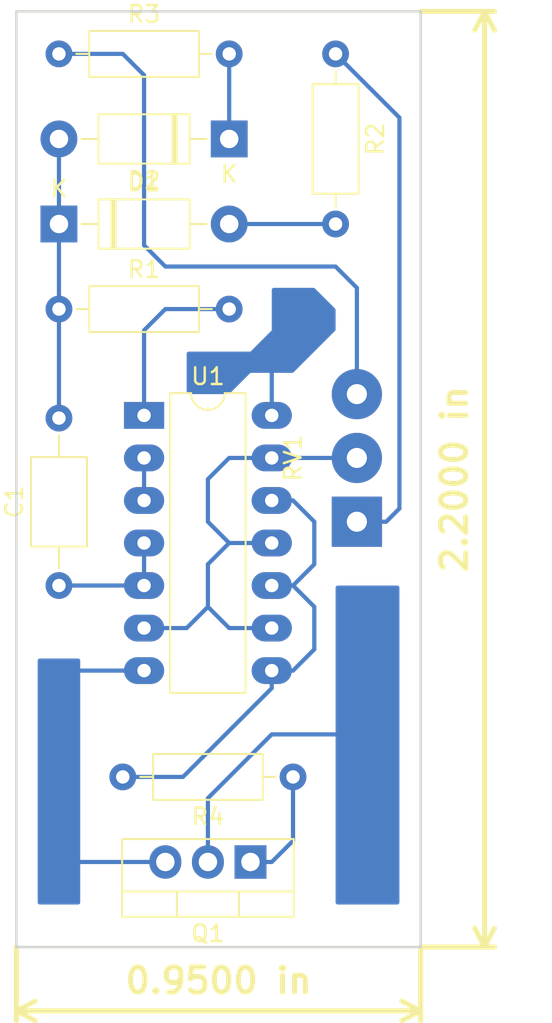
<source format=kicad_pcb>
(kicad_pcb (version 20171130) (host pcbnew "(5.0.2)-1")

  (general
    (thickness 1.6)
    (drawings 6)
    (tracks 57)
    (zones 0)
    (modules 10)
    (nets 15)
  )

  (page A4)
  (layers
    (0 F.Cu signal)
    (31 B.Cu signal)
    (32 B.Adhes user)
    (33 F.Adhes user)
    (34 B.Paste user)
    (35 F.Paste user)
    (36 B.SilkS user)
    (37 F.SilkS user)
    (38 B.Mask user)
    (39 F.Mask user)
    (40 Dwgs.User user)
    (41 Cmts.User user)
    (42 Eco1.User user)
    (43 Eco2.User user)
    (44 Edge.Cuts user)
    (45 Margin user)
    (46 B.CrtYd user)
    (47 F.CrtYd user)
    (48 B.Fab user)
    (49 F.Fab user)
  )

  (setup
    (last_trace_width 0.25)
    (trace_clearance 0.2)
    (zone_clearance 0.508)
    (zone_45_only no)
    (trace_min 0.2)
    (segment_width 0.2)
    (edge_width 0.15)
    (via_size 0.8)
    (via_drill 0.4)
    (via_min_size 0.4)
    (via_min_drill 0.3)
    (uvia_size 0.3)
    (uvia_drill 0.1)
    (uvias_allowed no)
    (uvia_min_size 0.2)
    (uvia_min_drill 0.1)
    (pcb_text_width 0.3)
    (pcb_text_size 1.5 1.5)
    (mod_edge_width 0.15)
    (mod_text_size 1 1)
    (mod_text_width 0.15)
    (pad_size 1.524 1.524)
    (pad_drill 0.762)
    (pad_to_mask_clearance 0.051)
    (solder_mask_min_width 0.25)
    (aux_axis_origin 0 0)
    (visible_elements 7FFFFFFF)
    (pcbplotparams
      (layerselection 0x00000_fffffffe)
      (usegerberextensions false)
      (usegerberattributes false)
      (usegerberadvancedattributes false)
      (creategerberjobfile false)
      (excludeedgelayer false)
      (linewidth 0.100000)
      (plotframeref false)
      (viasonmask false)
      (mode 1)
      (useauxorigin false)
      (hpglpennumber 1)
      (hpglpenspeed 20)
      (hpglpendiameter 15.000000)
      (psnegative false)
      (psa4output false)
      (plotreference true)
      (plotvalue true)
      (plotinvisibletext false)
      (padsonsilk true)
      (subtractmaskfromsilk false)
      (outputformat 4)
      (mirror true)
      (drillshape 1)
      (scaleselection 1)
      (outputdirectory ""))
  )

  (net 0 "")
  (net 1 "Net-(C1-Pad1)")
  (net 2 "Net-(C1-Pad2)")
  (net 3 "Net-(D1-Pad2)")
  (net 4 "Net-(D2-Pad1)")
  (net 5 "Net-(Q1-Pad1)")
  (net 6 -OUT)
  (net 7 Earth)
  (net 8 "Net-(R1-Pad2)")
  (net 9 "Net-(R2-Pad1)")
  (net 10 "Net-(R3-Pad1)")
  (net 11 "Net-(R4-Pad2)")
  (net 12 "Net-(RV1-Pad2)")
  (net 13 "Net-(U1-Pad2)")
  (net 14 +OUT)

  (net_class Default "Это класс цепей по умолчанию."
    (clearance 0.2)
    (trace_width 0.25)
    (via_dia 0.8)
    (via_drill 0.4)
    (uvia_dia 0.3)
    (uvia_drill 0.1)
    (add_net +OUT)
    (add_net -OUT)
    (add_net Earth)
    (add_net "Net-(C1-Pad1)")
    (add_net "Net-(C1-Pad2)")
    (add_net "Net-(D1-Pad2)")
    (add_net "Net-(D2-Pad1)")
    (add_net "Net-(Q1-Pad1)")
    (add_net "Net-(R1-Pad2)")
    (add_net "Net-(R2-Pad1)")
    (add_net "Net-(R3-Pad1)")
    (add_net "Net-(R4-Pad2)")
    (add_net "Net-(RV1-Pad2)")
    (add_net "Net-(U1-Pad2)")
  )

  (module Diode_THT:D_DO-41_SOD81_P10.16mm_Horizontal (layer F.Cu) (tedit 5AE50CD5) (tstamp 5C1F7463)
    (at 111.76 74.93)
    (descr "Diode, DO-41_SOD81 series, Axial, Horizontal, pin pitch=10.16mm, , length*diameter=5.2*2.7mm^2, , http://www.diodes.com/_files/packages/DO-41%20(Plastic).pdf")
    (tags "Diode DO-41_SOD81 series Axial Horizontal pin pitch 10.16mm  length 5.2mm diameter 2.7mm")
    (path /5C12B083)
    (fp_text reference D1 (at 5.08 -2.47) (layer F.SilkS)
      (effects (font (size 1 1) (thickness 0.15)))
    )
    (fp_text value 1N4004 (at 5.08 2.47) (layer F.Fab)
      (effects (font (size 1 1) (thickness 0.15)))
    )
    (fp_line (start 2.48 -1.35) (end 2.48 1.35) (layer F.Fab) (width 0.1))
    (fp_line (start 2.48 1.35) (end 7.68 1.35) (layer F.Fab) (width 0.1))
    (fp_line (start 7.68 1.35) (end 7.68 -1.35) (layer F.Fab) (width 0.1))
    (fp_line (start 7.68 -1.35) (end 2.48 -1.35) (layer F.Fab) (width 0.1))
    (fp_line (start 0 0) (end 2.48 0) (layer F.Fab) (width 0.1))
    (fp_line (start 10.16 0) (end 7.68 0) (layer F.Fab) (width 0.1))
    (fp_line (start 3.26 -1.35) (end 3.26 1.35) (layer F.Fab) (width 0.1))
    (fp_line (start 3.36 -1.35) (end 3.36 1.35) (layer F.Fab) (width 0.1))
    (fp_line (start 3.16 -1.35) (end 3.16 1.35) (layer F.Fab) (width 0.1))
    (fp_line (start 2.36 -1.47) (end 2.36 1.47) (layer F.SilkS) (width 0.12))
    (fp_line (start 2.36 1.47) (end 7.8 1.47) (layer F.SilkS) (width 0.12))
    (fp_line (start 7.8 1.47) (end 7.8 -1.47) (layer F.SilkS) (width 0.12))
    (fp_line (start 7.8 -1.47) (end 2.36 -1.47) (layer F.SilkS) (width 0.12))
    (fp_line (start 1.34 0) (end 2.36 0) (layer F.SilkS) (width 0.12))
    (fp_line (start 8.82 0) (end 7.8 0) (layer F.SilkS) (width 0.12))
    (fp_line (start 3.26 -1.47) (end 3.26 1.47) (layer F.SilkS) (width 0.12))
    (fp_line (start 3.38 -1.47) (end 3.38 1.47) (layer F.SilkS) (width 0.12))
    (fp_line (start 3.14 -1.47) (end 3.14 1.47) (layer F.SilkS) (width 0.12))
    (fp_line (start -1.35 -1.6) (end -1.35 1.6) (layer F.CrtYd) (width 0.05))
    (fp_line (start -1.35 1.6) (end 11.51 1.6) (layer F.CrtYd) (width 0.05))
    (fp_line (start 11.51 1.6) (end 11.51 -1.6) (layer F.CrtYd) (width 0.05))
    (fp_line (start 11.51 -1.6) (end -1.35 -1.6) (layer F.CrtYd) (width 0.05))
    (fp_text user %R (at 5.47 0) (layer F.Fab)
      (effects (font (size 1 1) (thickness 0.15)))
    )
    (fp_text user K (at 0 -2.1) (layer F.Fab)
      (effects (font (size 1 1) (thickness 0.15)))
    )
    (fp_text user K (at 0 -2.1) (layer F.SilkS)
      (effects (font (size 1 1) (thickness 0.15)))
    )
    (pad 1 thru_hole rect (at 0 0) (size 2.2 2.2) (drill 1.1) (layers *.Cu *.Mask)
      (net 2 "Net-(C1-Pad2)"))
    (pad 2 thru_hole oval (at 10.16 0) (size 2.2 2.2) (drill 1.1) (layers *.Cu *.Mask)
      (net 3 "Net-(D1-Pad2)"))
    (model ${KISYS3DMOD}/Diode_THT.3dshapes/D_DO-41_SOD81_P10.16mm_Horizontal.wrl
      (at (xyz 0 0 0))
      (scale (xyz 1 1 1))
      (rotate (xyz 0 0 0))
    )
  )

  (module Resistor_THT:R_Axial_DIN0207_L6.3mm_D2.5mm_P10.16mm_Horizontal (layer F.Cu) (tedit 5AE5139B) (tstamp 5C1F82A2)
    (at 128.27 64.77 270)
    (descr "Resistor, Axial_DIN0207 series, Axial, Horizontal, pin pitch=10.16mm, 0.25W = 1/4W, length*diameter=6.3*2.5mm^2, http://cdn-reichelt.de/documents/datenblatt/B400/1_4W%23YAG.pdf")
    (tags "Resistor Axial_DIN0207 series Axial Horizontal pin pitch 10.16mm 0.25W = 1/4W length 6.3mm diameter 2.5mm")
    (path /5C12B355)
    (fp_text reference R2 (at 5.08 -2.37 270) (layer F.SilkS)
      (effects (font (size 1 1) (thickness 0.15)))
    )
    (fp_text value 1k (at 5.08 2.37 270) (layer F.Fab)
      (effects (font (size 1 1) (thickness 0.15)))
    )
    (fp_line (start 1.93 -1.25) (end 1.93 1.25) (layer F.Fab) (width 0.1))
    (fp_line (start 1.93 1.25) (end 8.23 1.25) (layer F.Fab) (width 0.1))
    (fp_line (start 8.23 1.25) (end 8.23 -1.25) (layer F.Fab) (width 0.1))
    (fp_line (start 8.23 -1.25) (end 1.93 -1.25) (layer F.Fab) (width 0.1))
    (fp_line (start 0 0) (end 1.93 0) (layer F.Fab) (width 0.1))
    (fp_line (start 10.16 0) (end 8.23 0) (layer F.Fab) (width 0.1))
    (fp_line (start 1.81 -1.37) (end 1.81 1.37) (layer F.SilkS) (width 0.12))
    (fp_line (start 1.81 1.37) (end 8.35 1.37) (layer F.SilkS) (width 0.12))
    (fp_line (start 8.35 1.37) (end 8.35 -1.37) (layer F.SilkS) (width 0.12))
    (fp_line (start 8.35 -1.37) (end 1.81 -1.37) (layer F.SilkS) (width 0.12))
    (fp_line (start 1.04 0) (end 1.81 0) (layer F.SilkS) (width 0.12))
    (fp_line (start 9.12 0) (end 8.35 0) (layer F.SilkS) (width 0.12))
    (fp_line (start -1.05 -1.5) (end -1.05 1.5) (layer F.CrtYd) (width 0.05))
    (fp_line (start -1.05 1.5) (end 11.21 1.5) (layer F.CrtYd) (width 0.05))
    (fp_line (start 11.21 1.5) (end 11.21 -1.5) (layer F.CrtYd) (width 0.05))
    (fp_line (start 11.21 -1.5) (end -1.05 -1.5) (layer F.CrtYd) (width 0.05))
    (fp_text user %R (at 5.08 0 270) (layer F.Fab)
      (effects (font (size 1 1) (thickness 0.15)))
    )
    (pad 1 thru_hole circle (at 0 0 270) (size 1.6 1.6) (drill 0.8) (layers *.Cu *.Mask)
      (net 9 "Net-(R2-Pad1)"))
    (pad 2 thru_hole oval (at 10.16 0 270) (size 1.6 1.6) (drill 0.8) (layers *.Cu *.Mask)
      (net 3 "Net-(D1-Pad2)"))
    (model ${KISYS3DMOD}/Resistor_THT.3dshapes/R_Axial_DIN0207_L6.3mm_D2.5mm_P10.16mm_Horizontal.wrl
      (at (xyz 0 0 0))
      (scale (xyz 1 1 1))
      (rotate (xyz 0 0 0))
    )
  )

  (module Resistor_THT:R_Axial_DIN0207_L6.3mm_D2.5mm_P10.16mm_Horizontal (layer F.Cu) (tedit 5AE5139B) (tstamp 5C1F665E)
    (at 125.73 107.95 180)
    (descr "Resistor, Axial_DIN0207 series, Axial, Horizontal, pin pitch=10.16mm, 0.25W = 1/4W, length*diameter=6.3*2.5mm^2, http://cdn-reichelt.de/documents/datenblatt/B400/1_4W%23YAG.pdf")
    (tags "Resistor Axial_DIN0207 series Axial Horizontal pin pitch 10.16mm 0.25W = 1/4W length 6.3mm diameter 2.5mm")
    (path /5C12B218)
    (fp_text reference R4 (at 5.08 -2.37 180) (layer F.SilkS)
      (effects (font (size 1 1) (thickness 0.15)))
    )
    (fp_text value 50 (at 5.08 2.37 180) (layer F.Fab)
      (effects (font (size 1 1) (thickness 0.15)))
    )
    (fp_text user %R (at 5.08 0 180) (layer F.Fab)
      (effects (font (size 1 1) (thickness 0.15)))
    )
    (fp_line (start 11.21 -1.5) (end -1.05 -1.5) (layer F.CrtYd) (width 0.05))
    (fp_line (start 11.21 1.5) (end 11.21 -1.5) (layer F.CrtYd) (width 0.05))
    (fp_line (start -1.05 1.5) (end 11.21 1.5) (layer F.CrtYd) (width 0.05))
    (fp_line (start -1.05 -1.5) (end -1.05 1.5) (layer F.CrtYd) (width 0.05))
    (fp_line (start 9.12 0) (end 8.35 0) (layer F.SilkS) (width 0.12))
    (fp_line (start 1.04 0) (end 1.81 0) (layer F.SilkS) (width 0.12))
    (fp_line (start 8.35 -1.37) (end 1.81 -1.37) (layer F.SilkS) (width 0.12))
    (fp_line (start 8.35 1.37) (end 8.35 -1.37) (layer F.SilkS) (width 0.12))
    (fp_line (start 1.81 1.37) (end 8.35 1.37) (layer F.SilkS) (width 0.12))
    (fp_line (start 1.81 -1.37) (end 1.81 1.37) (layer F.SilkS) (width 0.12))
    (fp_line (start 10.16 0) (end 8.23 0) (layer F.Fab) (width 0.1))
    (fp_line (start 0 0) (end 1.93 0) (layer F.Fab) (width 0.1))
    (fp_line (start 8.23 -1.25) (end 1.93 -1.25) (layer F.Fab) (width 0.1))
    (fp_line (start 8.23 1.25) (end 8.23 -1.25) (layer F.Fab) (width 0.1))
    (fp_line (start 1.93 1.25) (end 8.23 1.25) (layer F.Fab) (width 0.1))
    (fp_line (start 1.93 -1.25) (end 1.93 1.25) (layer F.Fab) (width 0.1))
    (pad 2 thru_hole oval (at 10.16 0 180) (size 1.6 1.6) (drill 0.8) (layers *.Cu *.Mask)
      (net 11 "Net-(R4-Pad2)"))
    (pad 1 thru_hole circle (at 0 0 180) (size 1.6 1.6) (drill 0.8) (layers *.Cu *.Mask)
      (net 5 "Net-(Q1-Pad1)"))
    (model ${KISYS3DMOD}/Resistor_THT.3dshapes/R_Axial_DIN0207_L6.3mm_D2.5mm_P10.16mm_Horizontal.wrl
      (at (xyz 0 0 0))
      (scale (xyz 1 1 1))
      (rotate (xyz 0 0 0))
    )
  )

  (module Resistor_THT:R_Axial_DIN0207_L6.3mm_D2.5mm_P10.16mm_Horizontal (layer F.Cu) (tedit 5AE5139B) (tstamp 5C1F6647)
    (at 111.76 64.77)
    (descr "Resistor, Axial_DIN0207 series, Axial, Horizontal, pin pitch=10.16mm, 0.25W = 1/4W, length*diameter=6.3*2.5mm^2, http://cdn-reichelt.de/documents/datenblatt/B400/1_4W%23YAG.pdf")
    (tags "Resistor Axial_DIN0207 series Axial Horizontal pin pitch 10.16mm 0.25W = 1/4W length 6.3mm diameter 2.5mm")
    (path /5C12B3D6)
    (fp_text reference R3 (at 5.08 -2.37) (layer F.SilkS)
      (effects (font (size 1 1) (thickness 0.15)))
    )
    (fp_text value 1k (at 5.08 2.37) (layer F.Fab)
      (effects (font (size 1 1) (thickness 0.15)))
    )
    (fp_text user %R (at 5.08 0) (layer F.Fab)
      (effects (font (size 1 1) (thickness 0.15)))
    )
    (fp_line (start 11.21 -1.5) (end -1.05 -1.5) (layer F.CrtYd) (width 0.05))
    (fp_line (start 11.21 1.5) (end 11.21 -1.5) (layer F.CrtYd) (width 0.05))
    (fp_line (start -1.05 1.5) (end 11.21 1.5) (layer F.CrtYd) (width 0.05))
    (fp_line (start -1.05 -1.5) (end -1.05 1.5) (layer F.CrtYd) (width 0.05))
    (fp_line (start 9.12 0) (end 8.35 0) (layer F.SilkS) (width 0.12))
    (fp_line (start 1.04 0) (end 1.81 0) (layer F.SilkS) (width 0.12))
    (fp_line (start 8.35 -1.37) (end 1.81 -1.37) (layer F.SilkS) (width 0.12))
    (fp_line (start 8.35 1.37) (end 8.35 -1.37) (layer F.SilkS) (width 0.12))
    (fp_line (start 1.81 1.37) (end 8.35 1.37) (layer F.SilkS) (width 0.12))
    (fp_line (start 1.81 -1.37) (end 1.81 1.37) (layer F.SilkS) (width 0.12))
    (fp_line (start 10.16 0) (end 8.23 0) (layer F.Fab) (width 0.1))
    (fp_line (start 0 0) (end 1.93 0) (layer F.Fab) (width 0.1))
    (fp_line (start 8.23 -1.25) (end 1.93 -1.25) (layer F.Fab) (width 0.1))
    (fp_line (start 8.23 1.25) (end 8.23 -1.25) (layer F.Fab) (width 0.1))
    (fp_line (start 1.93 1.25) (end 8.23 1.25) (layer F.Fab) (width 0.1))
    (fp_line (start 1.93 -1.25) (end 1.93 1.25) (layer F.Fab) (width 0.1))
    (pad 2 thru_hole oval (at 10.16 0) (size 1.6 1.6) (drill 0.8) (layers *.Cu *.Mask)
      (net 4 "Net-(D2-Pad1)"))
    (pad 1 thru_hole circle (at 0 0) (size 1.6 1.6) (drill 0.8) (layers *.Cu *.Mask)
      (net 10 "Net-(R3-Pad1)"))
    (model ${KISYS3DMOD}/Resistor_THT.3dshapes/R_Axial_DIN0207_L6.3mm_D2.5mm_P10.16mm_Horizontal.wrl
      (at (xyz 0 0 0))
      (scale (xyz 1 1 1))
      (rotate (xyz 0 0 0))
    )
  )

  (module Resistor_THT:R_Axial_DIN0207_L6.3mm_D2.5mm_P10.16mm_Horizontal (layer F.Cu) (tedit 5AE5139B) (tstamp 5C1F6619)
    (at 111.76 80.01)
    (descr "Resistor, Axial_DIN0207 series, Axial, Horizontal, pin pitch=10.16mm, 0.25W = 1/4W, length*diameter=6.3*2.5mm^2, http://cdn-reichelt.de/documents/datenblatt/B400/1_4W%23YAG.pdf")
    (tags "Resistor Axial_DIN0207 series Axial Horizontal pin pitch 10.16mm 0.25W = 1/4W length 6.3mm diameter 2.5mm")
    (path /5C12B15E)
    (fp_text reference R1 (at 5.08 -2.37) (layer F.SilkS)
      (effects (font (size 1 1) (thickness 0.15)))
    )
    (fp_text value 1k (at 5.08 2.37) (layer F.Fab)
      (effects (font (size 1 1) (thickness 0.15)))
    )
    (fp_line (start 1.93 -1.25) (end 1.93 1.25) (layer F.Fab) (width 0.1))
    (fp_line (start 1.93 1.25) (end 8.23 1.25) (layer F.Fab) (width 0.1))
    (fp_line (start 8.23 1.25) (end 8.23 -1.25) (layer F.Fab) (width 0.1))
    (fp_line (start 8.23 -1.25) (end 1.93 -1.25) (layer F.Fab) (width 0.1))
    (fp_line (start 0 0) (end 1.93 0) (layer F.Fab) (width 0.1))
    (fp_line (start 10.16 0) (end 8.23 0) (layer F.Fab) (width 0.1))
    (fp_line (start 1.81 -1.37) (end 1.81 1.37) (layer F.SilkS) (width 0.12))
    (fp_line (start 1.81 1.37) (end 8.35 1.37) (layer F.SilkS) (width 0.12))
    (fp_line (start 8.35 1.37) (end 8.35 -1.37) (layer F.SilkS) (width 0.12))
    (fp_line (start 8.35 -1.37) (end 1.81 -1.37) (layer F.SilkS) (width 0.12))
    (fp_line (start 1.04 0) (end 1.81 0) (layer F.SilkS) (width 0.12))
    (fp_line (start 9.12 0) (end 8.35 0) (layer F.SilkS) (width 0.12))
    (fp_line (start -1.05 -1.5) (end -1.05 1.5) (layer F.CrtYd) (width 0.05))
    (fp_line (start -1.05 1.5) (end 11.21 1.5) (layer F.CrtYd) (width 0.05))
    (fp_line (start 11.21 1.5) (end 11.21 -1.5) (layer F.CrtYd) (width 0.05))
    (fp_line (start 11.21 -1.5) (end -1.05 -1.5) (layer F.CrtYd) (width 0.05))
    (fp_text user %R (at 5.08 0) (layer F.Fab)
      (effects (font (size 1 1) (thickness 0.15)))
    )
    (pad 1 thru_hole circle (at 0 0) (size 1.6 1.6) (drill 0.8) (layers *.Cu *.Mask)
      (net 2 "Net-(C1-Pad2)"))
    (pad 2 thru_hole oval (at 10.16 0) (size 1.6 1.6) (drill 0.8) (layers *.Cu *.Mask)
      (net 8 "Net-(R1-Pad2)"))
    (model ${KISYS3DMOD}/Resistor_THT.3dshapes/R_Axial_DIN0207_L6.3mm_D2.5mm_P10.16mm_Horizontal.wrl
      (at (xyz 0 0 0))
      (scale (xyz 1 1 1))
      (rotate (xyz 0 0 0))
    )
  )

  (module Capacitor_THT:C_Axial_L5.1mm_D3.1mm_P10.00mm_Horizontal (layer F.Cu) (tedit 5AE50EF0) (tstamp 5C1F6CA2)
    (at 111.76 96.52 90)
    (descr "C, Axial series, Axial, Horizontal, pin pitch=10mm, , length*diameter=5.1*3.1mm^2, http://www.vishay.com/docs/45231/arseries.pdf")
    (tags "C Axial series Axial Horizontal pin pitch 10mm  length 5.1mm diameter 3.1mm")
    (path /5C12B2A6)
    (fp_text reference C1 (at 5 -2.67 90) (layer F.SilkS)
      (effects (font (size 1 1) (thickness 0.15)))
    )
    (fp_text value "0.033 uF" (at 5 2.67 90) (layer F.Fab)
      (effects (font (size 1 1) (thickness 0.15)))
    )
    (fp_line (start 2.45 -1.55) (end 2.45 1.55) (layer F.Fab) (width 0.1))
    (fp_line (start 2.45 1.55) (end 7.55 1.55) (layer F.Fab) (width 0.1))
    (fp_line (start 7.55 1.55) (end 7.55 -1.55) (layer F.Fab) (width 0.1))
    (fp_line (start 7.55 -1.55) (end 2.45 -1.55) (layer F.Fab) (width 0.1))
    (fp_line (start 0 0) (end 2.45 0) (layer F.Fab) (width 0.1))
    (fp_line (start 10 0) (end 7.55 0) (layer F.Fab) (width 0.1))
    (fp_line (start 2.33 -1.67) (end 2.33 1.67) (layer F.SilkS) (width 0.12))
    (fp_line (start 2.33 1.67) (end 7.67 1.67) (layer F.SilkS) (width 0.12))
    (fp_line (start 7.67 1.67) (end 7.67 -1.67) (layer F.SilkS) (width 0.12))
    (fp_line (start 7.67 -1.67) (end 2.33 -1.67) (layer F.SilkS) (width 0.12))
    (fp_line (start 1.04 0) (end 2.33 0) (layer F.SilkS) (width 0.12))
    (fp_line (start 8.96 0) (end 7.67 0) (layer F.SilkS) (width 0.12))
    (fp_line (start -1.05 -1.8) (end -1.05 1.8) (layer F.CrtYd) (width 0.05))
    (fp_line (start -1.05 1.8) (end 11.05 1.8) (layer F.CrtYd) (width 0.05))
    (fp_line (start 11.05 1.8) (end 11.05 -1.8) (layer F.CrtYd) (width 0.05))
    (fp_line (start 11.05 -1.8) (end -1.05 -1.8) (layer F.CrtYd) (width 0.05))
    (fp_text user %R (at 5 0 90) (layer F.Fab)
      (effects (font (size 1 1) (thickness 0.15)))
    )
    (pad 1 thru_hole circle (at 0 0 90) (size 1.6 1.6) (drill 0.8) (layers *.Cu *.Mask)
      (net 1 "Net-(C1-Pad1)"))
    (pad 2 thru_hole oval (at 10 0 90) (size 1.6 1.6) (drill 0.8) (layers *.Cu *.Mask)
      (net 2 "Net-(C1-Pad2)"))
    (model ${KISYS3DMOD}/Capacitor_THT.3dshapes/C_Axial_L5.1mm_D3.1mm_P10.00mm_Horizontal.wrl
      (at (xyz 0 0 0))
      (scale (xyz 1 1 1))
      (rotate (xyz 0 0 0))
    )
  )

  (module Package_TO_SOT_THT:TO-220-3_Vertical (layer F.Cu) (tedit 5AC8BA0D) (tstamp 5C1F6602)
    (at 123.19 113.03 180)
    (descr "TO-220-3, Vertical, RM 2.54mm, see https://www.vishay.com/docs/66542/to-220-1.pdf")
    (tags "TO-220-3 Vertical RM 2.54mm")
    (path /5C12B028)
    (fp_text reference Q1 (at 2.54 -4.27 180) (layer F.SilkS)
      (effects (font (size 1 1) (thickness 0.15)))
    )
    (fp_text value IRF540N (at 2.54 2.5 180) (layer F.Fab)
      (effects (font (size 1 1) (thickness 0.15)))
    )
    (fp_line (start -2.46 -3.15) (end -2.46 1.25) (layer F.Fab) (width 0.1))
    (fp_line (start -2.46 1.25) (end 7.54 1.25) (layer F.Fab) (width 0.1))
    (fp_line (start 7.54 1.25) (end 7.54 -3.15) (layer F.Fab) (width 0.1))
    (fp_line (start 7.54 -3.15) (end -2.46 -3.15) (layer F.Fab) (width 0.1))
    (fp_line (start -2.46 -1.88) (end 7.54 -1.88) (layer F.Fab) (width 0.1))
    (fp_line (start 0.69 -3.15) (end 0.69 -1.88) (layer F.Fab) (width 0.1))
    (fp_line (start 4.39 -3.15) (end 4.39 -1.88) (layer F.Fab) (width 0.1))
    (fp_line (start -2.58 -3.27) (end 7.66 -3.27) (layer F.SilkS) (width 0.12))
    (fp_line (start -2.58 1.371) (end 7.66 1.371) (layer F.SilkS) (width 0.12))
    (fp_line (start -2.58 -3.27) (end -2.58 1.371) (layer F.SilkS) (width 0.12))
    (fp_line (start 7.66 -3.27) (end 7.66 1.371) (layer F.SilkS) (width 0.12))
    (fp_line (start -2.58 -1.76) (end 7.66 -1.76) (layer F.SilkS) (width 0.12))
    (fp_line (start 0.69 -3.27) (end 0.69 -1.76) (layer F.SilkS) (width 0.12))
    (fp_line (start 4.391 -3.27) (end 4.391 -1.76) (layer F.SilkS) (width 0.12))
    (fp_line (start -2.71 -3.4) (end -2.71 1.51) (layer F.CrtYd) (width 0.05))
    (fp_line (start -2.71 1.51) (end 7.79 1.51) (layer F.CrtYd) (width 0.05))
    (fp_line (start 7.79 1.51) (end 7.79 -3.4) (layer F.CrtYd) (width 0.05))
    (fp_line (start 7.79 -3.4) (end -2.71 -3.4) (layer F.CrtYd) (width 0.05))
    (fp_text user %R (at 2.54 -4.27 180) (layer F.Fab)
      (effects (font (size 1 1) (thickness 0.15)))
    )
    (pad 1 thru_hole rect (at 0 0 180) (size 1.905 2) (drill 1.1) (layers *.Cu *.Mask)
      (net 5 "Net-(Q1-Pad1)"))
    (pad 2 thru_hole oval (at 2.54 0 180) (size 1.905 2) (drill 1.1) (layers *.Cu *.Mask)
      (net 6 -OUT))
    (pad 3 thru_hole oval (at 5.08 0 180) (size 1.905 2) (drill 1.1) (layers *.Cu *.Mask)
      (net 7 Earth))
    (model ${KISYS3DMOD}/Package_TO_SOT_THT.3dshapes/TO-220-3_Vertical.wrl
      (at (xyz 0 0 0))
      (scale (xyz 1 1 1))
      (rotate (xyz 0 0 0))
    )
  )

  (module Diode_THT:D_DO-41_SOD81_P10.16mm_Horizontal (layer F.Cu) (tedit 5AE50CD5) (tstamp 5C1F7518)
    (at 121.92 69.85 180)
    (descr "Diode, DO-41_SOD81 series, Axial, Horizontal, pin pitch=10.16mm, , length*diameter=5.2*2.7mm^2, , http://www.diodes.com/_files/packages/DO-41%20(Plastic).pdf")
    (tags "Diode DO-41_SOD81 series Axial Horizontal pin pitch 10.16mm  length 5.2mm diameter 2.7mm")
    (path /5C12B0FB)
    (fp_text reference D2 (at 5.08 -2.47 180) (layer F.SilkS)
      (effects (font (size 1 1) (thickness 0.15)))
    )
    (fp_text value 1N4004 (at 5.08 2.47 180) (layer F.Fab)
      (effects (font (size 1 1) (thickness 0.15)))
    )
    (fp_text user K (at 0 -2.1 180) (layer F.SilkS)
      (effects (font (size 1 1) (thickness 0.15)))
    )
    (fp_text user K (at 0 -2.1 180) (layer F.Fab)
      (effects (font (size 1 1) (thickness 0.15)))
    )
    (fp_text user %R (at 5.47 0 180) (layer F.Fab)
      (effects (font (size 1 1) (thickness 0.15)))
    )
    (fp_line (start 11.51 -1.6) (end -1.35 -1.6) (layer F.CrtYd) (width 0.05))
    (fp_line (start 11.51 1.6) (end 11.51 -1.6) (layer F.CrtYd) (width 0.05))
    (fp_line (start -1.35 1.6) (end 11.51 1.6) (layer F.CrtYd) (width 0.05))
    (fp_line (start -1.35 -1.6) (end -1.35 1.6) (layer F.CrtYd) (width 0.05))
    (fp_line (start 3.14 -1.47) (end 3.14 1.47) (layer F.SilkS) (width 0.12))
    (fp_line (start 3.38 -1.47) (end 3.38 1.47) (layer F.SilkS) (width 0.12))
    (fp_line (start 3.26 -1.47) (end 3.26 1.47) (layer F.SilkS) (width 0.12))
    (fp_line (start 8.82 0) (end 7.8 0) (layer F.SilkS) (width 0.12))
    (fp_line (start 1.34 0) (end 2.36 0) (layer F.SilkS) (width 0.12))
    (fp_line (start 7.8 -1.47) (end 2.36 -1.47) (layer F.SilkS) (width 0.12))
    (fp_line (start 7.8 1.47) (end 7.8 -1.47) (layer F.SilkS) (width 0.12))
    (fp_line (start 2.36 1.47) (end 7.8 1.47) (layer F.SilkS) (width 0.12))
    (fp_line (start 2.36 -1.47) (end 2.36 1.47) (layer F.SilkS) (width 0.12))
    (fp_line (start 3.16 -1.35) (end 3.16 1.35) (layer F.Fab) (width 0.1))
    (fp_line (start 3.36 -1.35) (end 3.36 1.35) (layer F.Fab) (width 0.1))
    (fp_line (start 3.26 -1.35) (end 3.26 1.35) (layer F.Fab) (width 0.1))
    (fp_line (start 10.16 0) (end 7.68 0) (layer F.Fab) (width 0.1))
    (fp_line (start 0 0) (end 2.48 0) (layer F.Fab) (width 0.1))
    (fp_line (start 7.68 -1.35) (end 2.48 -1.35) (layer F.Fab) (width 0.1))
    (fp_line (start 7.68 1.35) (end 7.68 -1.35) (layer F.Fab) (width 0.1))
    (fp_line (start 2.48 1.35) (end 7.68 1.35) (layer F.Fab) (width 0.1))
    (fp_line (start 2.48 -1.35) (end 2.48 1.35) (layer F.Fab) (width 0.1))
    (pad 2 thru_hole oval (at 10.16 0 180) (size 2.2 2.2) (drill 1.1) (layers *.Cu *.Mask)
      (net 2 "Net-(C1-Pad2)"))
    (pad 1 thru_hole rect (at 0 0 180) (size 2.2 2.2) (drill 1.1) (layers *.Cu *.Mask)
      (net 4 "Net-(D2-Pad1)"))
    (model ${KISYS3DMOD}/Diode_THT.3dshapes/D_DO-41_SOD81_P10.16mm_Horizontal.wrl
      (at (xyz 0 0 0))
      (scale (xyz 1 1 1))
      (rotate (xyz 0 0 0))
    )
  )

  (module Package_DIP:DIP-14_W7.62mm_LongPads (layer F.Cu) (tedit 5A02E8C5) (tstamp 5C1F6694)
    (at 116.84 86.36)
    (descr "14-lead though-hole mounted DIP package, row spacing 7.62 mm (300 mils), LongPads")
    (tags "THT DIP DIL PDIP 2.54mm 7.62mm 300mil LongPads")
    (path /5C12EAC8)
    (fp_text reference U1 (at 3.81 -2.33) (layer F.SilkS)
      (effects (font (size 1 1) (thickness 0.15)))
    )
    (fp_text value 4069 (at 3.81 17.57) (layer F.Fab)
      (effects (font (size 1 1) (thickness 0.15)))
    )
    (fp_arc (start 3.81 -1.33) (end 2.81 -1.33) (angle -180) (layer F.SilkS) (width 0.12))
    (fp_line (start 1.635 -1.27) (end 6.985 -1.27) (layer F.Fab) (width 0.1))
    (fp_line (start 6.985 -1.27) (end 6.985 16.51) (layer F.Fab) (width 0.1))
    (fp_line (start 6.985 16.51) (end 0.635 16.51) (layer F.Fab) (width 0.1))
    (fp_line (start 0.635 16.51) (end 0.635 -0.27) (layer F.Fab) (width 0.1))
    (fp_line (start 0.635 -0.27) (end 1.635 -1.27) (layer F.Fab) (width 0.1))
    (fp_line (start 2.81 -1.33) (end 1.56 -1.33) (layer F.SilkS) (width 0.12))
    (fp_line (start 1.56 -1.33) (end 1.56 16.57) (layer F.SilkS) (width 0.12))
    (fp_line (start 1.56 16.57) (end 6.06 16.57) (layer F.SilkS) (width 0.12))
    (fp_line (start 6.06 16.57) (end 6.06 -1.33) (layer F.SilkS) (width 0.12))
    (fp_line (start 6.06 -1.33) (end 4.81 -1.33) (layer F.SilkS) (width 0.12))
    (fp_line (start -1.45 -1.55) (end -1.45 16.8) (layer F.CrtYd) (width 0.05))
    (fp_line (start -1.45 16.8) (end 9.1 16.8) (layer F.CrtYd) (width 0.05))
    (fp_line (start 9.1 16.8) (end 9.1 -1.55) (layer F.CrtYd) (width 0.05))
    (fp_line (start 9.1 -1.55) (end -1.45 -1.55) (layer F.CrtYd) (width 0.05))
    (fp_text user %R (at 3.81 7.62) (layer F.Fab)
      (effects (font (size 1 1) (thickness 0.15)))
    )
    (pad 1 thru_hole rect (at 0 0) (size 2.4 1.6) (drill 0.8) (layers *.Cu *.Mask)
      (net 8 "Net-(R1-Pad2)"))
    (pad 8 thru_hole oval (at 7.62 15.24) (size 2.4 1.6) (drill 0.8) (layers *.Cu *.Mask)
      (net 11 "Net-(R4-Pad2)"))
    (pad 2 thru_hole oval (at 0 2.54) (size 2.4 1.6) (drill 0.8) (layers *.Cu *.Mask)
      (net 13 "Net-(U1-Pad2)"))
    (pad 9 thru_hole oval (at 7.62 12.7) (size 2.4 1.6) (drill 0.8) (layers *.Cu *.Mask)
      (net 12 "Net-(RV1-Pad2)"))
    (pad 3 thru_hole oval (at 0 5.08) (size 2.4 1.6) (drill 0.8) (layers *.Cu *.Mask)
      (net 13 "Net-(U1-Pad2)"))
    (pad 10 thru_hole oval (at 7.62 10.16) (size 2.4 1.6) (drill 0.8) (layers *.Cu *.Mask)
      (net 11 "Net-(R4-Pad2)"))
    (pad 4 thru_hole oval (at 0 7.62) (size 2.4 1.6) (drill 0.8) (layers *.Cu *.Mask)
      (net 1 "Net-(C1-Pad1)"))
    (pad 11 thru_hole oval (at 7.62 7.62) (size 2.4 1.6) (drill 0.8) (layers *.Cu *.Mask)
      (net 12 "Net-(RV1-Pad2)"))
    (pad 5 thru_hole oval (at 0 10.16) (size 2.4 1.6) (drill 0.8) (layers *.Cu *.Mask)
      (net 1 "Net-(C1-Pad1)"))
    (pad 12 thru_hole oval (at 7.62 5.08) (size 2.4 1.6) (drill 0.8) (layers *.Cu *.Mask)
      (net 11 "Net-(R4-Pad2)"))
    (pad 6 thru_hole oval (at 0 12.7) (size 2.4 1.6) (drill 0.8) (layers *.Cu *.Mask)
      (net 12 "Net-(RV1-Pad2)"))
    (pad 13 thru_hole oval (at 7.62 2.54) (size 2.4 1.6) (drill 0.8) (layers *.Cu *.Mask)
      (net 12 "Net-(RV1-Pad2)"))
    (pad 7 thru_hole oval (at 0 15.24) (size 2.4 1.6) (drill 0.8) (layers *.Cu *.Mask)
      (net 7 Earth))
    (pad 14 thru_hole oval (at 7.62 0) (size 2.4 1.6) (drill 0.8) (layers *.Cu *.Mask)
      (net 14 +OUT))
    (model ${KISYS3DMOD}/Package_DIP.3dshapes/DIP-14_W7.62mm.wrl
      (at (xyz 0 0 0))
      (scale (xyz 1 1 1))
      (rotate (xyz 0 0 0))
    )
  )

  (module Connector_Wire:SolderWirePad_1x03_P3.81mm_Drill1.2mm (layer F.Cu) (tedit 5AEE5F4D) (tstamp 5C1F8617)
    (at 129.54 92.71 90)
    (descr "Wire solder connection")
    (tags connector)
    (path /5C12C862)
    (attr virtual)
    (fp_text reference RV1 (at 3.81 -3.81 90) (layer F.SilkS)
      (effects (font (size 1 1) (thickness 0.15)))
    )
    (fp_text value R_POT (at 3.81 3.81 90) (layer F.Fab)
      (effects (font (size 1 1) (thickness 0.15)))
    )
    (fp_text user %R (at 3.81 0 90) (layer F.Fab)
      (effects (font (size 1 1) (thickness 0.15)))
    )
    (fp_line (start -2 -2) (end 9.62 -2) (layer F.CrtYd) (width 0.05))
    (fp_line (start -2 -2) (end -2 2) (layer F.CrtYd) (width 0.05))
    (fp_line (start 9.62 2) (end 9.62 -2) (layer F.CrtYd) (width 0.05))
    (fp_line (start 9.62 2) (end -2 2) (layer F.CrtYd) (width 0.05))
    (pad 1 thru_hole rect (at 0 0 90) (size 2.99974 2.99974) (drill 1.19888) (layers *.Cu *.Mask)
      (net 9 "Net-(R2-Pad1)"))
    (pad 2 thru_hole circle (at 3.81 0 90) (size 2.99974 2.99974) (drill 1.19888) (layers *.Cu *.Mask)
      (net 12 "Net-(RV1-Pad2)"))
    (pad 3 thru_hole circle (at 7.62 0 90) (size 2.99974 2.99974) (drill 1.19888) (layers *.Cu *.Mask)
      (net 10 "Net-(R3-Pad1)"))
  )

  (gr_line (start 109.22 62.23) (end 109.22 118.11) (layer Edge.Cuts) (width 0.15))
  (gr_line (start 133.35 62.23) (end 109.22 62.23) (layer Edge.Cuts) (width 0.15))
  (gr_line (start 133.35 118.11) (end 133.35 62.23) (layer Edge.Cuts) (width 0.15))
  (gr_line (start 109.22 118.11) (end 133.35 118.11) (layer Edge.Cuts) (width 0.15))
  (dimension 55.88 (width 0.3) (layer F.SilkS)
    (gr_text "55,880 мм" (at 139.26 90.17 90) (layer F.SilkS)
      (effects (font (size 1.5 1.5) (thickness 0.3)))
    )
    (feature1 (pts (xy 133.35 62.23) (xy 137.746421 62.23)))
    (feature2 (pts (xy 133.35 118.11) (xy 137.746421 118.11)))
    (crossbar (pts (xy 137.16 118.11) (xy 137.16 62.23)))
    (arrow1a (pts (xy 137.16 62.23) (xy 137.746421 63.356504)))
    (arrow1b (pts (xy 137.16 62.23) (xy 136.573579 63.356504)))
    (arrow2a (pts (xy 137.16 118.11) (xy 137.746421 116.983496)))
    (arrow2b (pts (xy 137.16 118.11) (xy 136.573579 116.983496)))
  )
  (dimension 24.13 (width 0.3) (layer F.SilkS)
    (gr_text "24,130 мм" (at 121.285 124.02) (layer F.SilkS)
      (effects (font (size 1.5 1.5) (thickness 0.3)))
    )
    (feature1 (pts (xy 133.35 118.11) (xy 133.35 122.506421)))
    (feature2 (pts (xy 109.22 118.11) (xy 109.22 122.506421)))
    (crossbar (pts (xy 109.22 121.92) (xy 133.35 121.92)))
    (arrow1a (pts (xy 133.35 121.92) (xy 132.223496 122.506421)))
    (arrow1b (pts (xy 133.35 121.92) (xy 132.223496 121.333579)))
    (arrow2a (pts (xy 109.22 121.92) (xy 110.346504 122.506421)))
    (arrow2b (pts (xy 109.22 121.92) (xy 110.346504 121.333579)))
  )

  (segment (start 111.76 96.52) (end 116.84 96.52) (width 0.25) (layer B.Cu) (net 1))
  (segment (start 116.84 96.52) (end 116.84 93.98) (width 0.25) (layer B.Cu) (net 1))
  (segment (start 111.76 86.52) (end 111.76 80.01) (width 0.25) (layer B.Cu) (net 2))
  (segment (start 111.76 80.01) (end 111.76 74.93) (width 0.25) (layer B.Cu) (net 2))
  (segment (start 111.76 74.93) (end 111.76 69.85) (width 0.25) (layer B.Cu) (net 2))
  (segment (start 121.92 74.93) (end 128.27 74.93) (width 0.25) (layer B.Cu) (net 3))
  (segment (start 121.92 69.85) (end 121.92 64.77) (width 0.25) (layer B.Cu) (net 4))
  (segment (start 123.19 113.03) (end 124.46 113.03) (width 0.25) (layer B.Cu) (net 5))
  (segment (start 124.46 113.03) (end 125.73 111.76) (width 0.25) (layer B.Cu) (net 5))
  (segment (start 125.73 111.76) (end 125.73 107.95) (width 0.25) (layer B.Cu) (net 5))
  (segment (start 120.65 113.03) (end 120.65 109.22) (width 0.25) (layer B.Cu) (net 6))
  (segment (start 120.65 109.22) (end 124.46 105.41) (width 0.25) (layer B.Cu) (net 6))
  (segment (start 124.46 105.41) (end 129.54 105.41) (width 0.25) (layer B.Cu) (net 6))
  (segment (start 116.84 101.6) (end 111.76 101.6) (width 0.25) (layer B.Cu) (net 7))
  (segment (start 118.11 113.03) (end 115.57 113.03) (width 0.25) (layer B.Cu) (net 7))
  (segment (start 115.57 113.03) (end 111.76 113.03) (width 0.25) (layer B.Cu) (net 7))
  (segment (start 121.92 80.01) (end 118.11 80.01) (width 0.25) (layer B.Cu) (net 8))
  (segment (start 116.84 81.28) (end 116.84 86.36) (width 0.25) (layer B.Cu) (net 8))
  (segment (start 118.11 80.01) (end 116.84 81.28) (width 0.25) (layer B.Cu) (net 8))
  (segment (start 129.069999 65.569999) (end 128.27 64.77) (width 0.25) (layer B.Cu) (net 9))
  (segment (start 131.28987 92.71) (end 132.08 91.91987) (width 0.25) (layer B.Cu) (net 9))
  (segment (start 129.54 92.71) (end 131.28987 92.71) (width 0.25) (layer B.Cu) (net 9))
  (segment (start 132.08 68.58) (end 128.27 64.77) (width 0.25) (layer B.Cu) (net 9))
  (segment (start 132.08 91.91987) (end 132.08 68.58) (width 0.25) (layer B.Cu) (net 9))
  (segment (start 115.57 64.77) (end 111.76 64.77) (width 0.25) (layer B.Cu) (net 10))
  (segment (start 129.54 78.74) (end 128.27 77.47) (width 0.25) (layer B.Cu) (net 10))
  (segment (start 129.54 85.09) (end 129.54 78.74) (width 0.25) (layer B.Cu) (net 10))
  (segment (start 128.27 77.47) (end 118.11 77.47) (width 0.25) (layer B.Cu) (net 10))
  (segment (start 118.11 77.47) (end 116.84 76.2) (width 0.25) (layer B.Cu) (net 10))
  (segment (start 116.84 76.2) (end 116.84 66.04) (width 0.25) (layer B.Cu) (net 10))
  (segment (start 116.84 66.04) (end 115.57 64.77) (width 0.25) (layer B.Cu) (net 10))
  (segment (start 124.46 102.65) (end 124.46 101.6) (width 0.25) (layer B.Cu) (net 11))
  (segment (start 119.16 107.95) (end 124.46 102.65) (width 0.25) (layer B.Cu) (net 11))
  (segment (start 115.57 107.95) (end 119.16 107.95) (width 0.25) (layer B.Cu) (net 11))
  (segment (start 125.73 96.52) (end 124.46 96.52) (width 0.25) (layer B.Cu) (net 11))
  (segment (start 127 97.79) (end 125.73 96.52) (width 0.25) (layer B.Cu) (net 11))
  (segment (start 127 100.33) (end 127 97.79) (width 0.25) (layer B.Cu) (net 11))
  (segment (start 124.46 101.6) (end 125.73 101.6) (width 0.25) (layer B.Cu) (net 11))
  (segment (start 125.73 101.6) (end 127 100.33) (width 0.25) (layer B.Cu) (net 11))
  (segment (start 125.73 96.52) (end 127 95.25) (width 0.25) (layer B.Cu) (net 11))
  (segment (start 127 95.25) (end 127 92.71) (width 0.25) (layer B.Cu) (net 11))
  (segment (start 127 92.71) (end 125.73 91.44) (width 0.25) (layer B.Cu) (net 11))
  (segment (start 125.73 91.44) (end 124.46 91.44) (width 0.25) (layer B.Cu) (net 11))
  (segment (start 124.46 88.9) (end 129.54 88.9) (width 0.25) (layer B.Cu) (net 12))
  (segment (start 121.92 93.98) (end 124.46 93.98) (width 0.25) (layer B.Cu) (net 12))
  (segment (start 120.65 92.71) (end 121.92 93.98) (width 0.25) (layer B.Cu) (net 12))
  (segment (start 120.65 90.17) (end 120.65 92.71) (width 0.25) (layer B.Cu) (net 12))
  (segment (start 124.46 88.9) (end 121.92 88.9) (width 0.25) (layer B.Cu) (net 12))
  (segment (start 121.92 88.9) (end 120.65 90.17) (width 0.25) (layer B.Cu) (net 12))
  (segment (start 120.65 95.25) (end 121.92 93.98) (width 0.25) (layer B.Cu) (net 12))
  (segment (start 120.65 97.79) (end 120.65 95.25) (width 0.25) (layer B.Cu) (net 12))
  (segment (start 124.46 99.06) (end 121.92 99.06) (width 0.25) (layer B.Cu) (net 12))
  (segment (start 121.92 99.06) (end 120.65 97.79) (width 0.25) (layer B.Cu) (net 12))
  (segment (start 116.84 99.06) (end 119.38 99.06) (width 0.25) (layer B.Cu) (net 12))
  (segment (start 119.38 99.06) (end 120.65 97.79) (width 0.25) (layer B.Cu) (net 12))
  (segment (start 116.84 88.9) (end 116.84 91.44) (width 0.25) (layer B.Cu) (net 13))
  (segment (start 124.46 86.36) (end 124.46 83.82) (width 0.25) (layer B.Cu) (net 14))

  (zone (net 7) (net_name Earth) (layer B.Cu) (tstamp 5C1F8B6D) (hatch edge 0.508)
    (connect_pads (clearance 0.508))
    (min_thickness 0.254)
    (fill yes (arc_segments 16) (thermal_gap 0.508) (thermal_bridge_width 0.508))
    (polygon
      (pts
        (xy 110.49 100.878644) (xy 113.03 100.878644) (xy 113.03 115.57) (xy 110.49 115.57)
      )
    )
    (filled_polygon
      (pts
        (xy 112.903 115.443) (xy 110.617 115.443) (xy 110.617 101.005644) (xy 112.903 101.005644)
      )
    )
  )
  (zone (net 0) (net_name "") (layer B.Cu) (tstamp 5C1F8B6A) (hatch edge 0.508)
    (connect_pads (clearance 0.508))
    (min_thickness 0.254)
    (fill yes (arc_segments 16) (thermal_gap 0.508) (thermal_bridge_width 0.508))
    (polygon
      (pts
        (xy 119.38 85.09) (xy 119.38 82.55) (xy 123.19 82.55) (xy 124.46 81.28) (xy 124.46 78.74)
        (xy 127 78.74) (xy 128.27 80.01) (xy 128.27 81.28) (xy 125.73 83.82) (xy 123.19 83.82)
        (xy 121.92 85.09)
      )
    )
    (filled_polygon
      (pts
        (xy 128.143 80.062606) (xy 128.143 81.227394) (xy 125.677394 83.693) (xy 123.19 83.693) (xy 123.141399 83.702667)
        (xy 123.100197 83.730197) (xy 121.867394 84.963) (xy 119.507 84.963) (xy 119.507 82.677) (xy 123.19 82.677)
        (xy 123.238601 82.667333) (xy 123.279803 82.639803) (xy 124.549803 81.369803) (xy 124.577333 81.328601) (xy 124.587 81.28)
        (xy 124.587 78.867) (xy 126.947394 78.867)
      )
    )
  )
  (zone (net 6) (net_name -OUT) (layer B.Cu) (tstamp 5C1F8B67) (hatch edge 0.508)
    (connect_pads (clearance 0.508))
    (min_thickness 0.254)
    (fill yes (arc_segments 16) (thermal_gap 0.508) (thermal_bridge_width 0.508))
    (polygon
      (pts
        (xy 128.27 96.52) (xy 132.08 96.52) (xy 132.08 115.57) (xy 128.27 115.57)
      )
    )
    (filled_polygon
      (pts
        (xy 131.953 115.443) (xy 128.397 115.443) (xy 128.397 96.647) (xy 131.953 96.647)
      )
    )
  )
)

</source>
